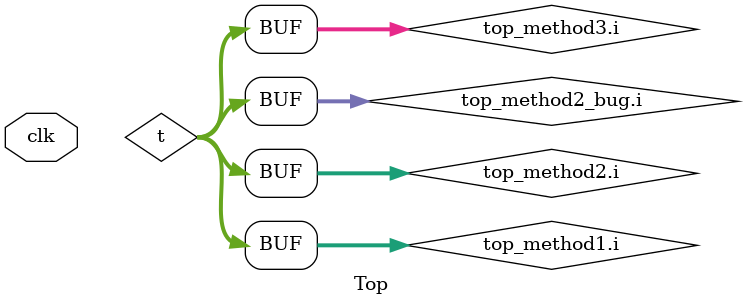
<source format=sv>

module Top // "top"
(
    input logic clk
);

// Variables generated for SystemC signals
logic [31:0] t;
logic [31:0] minst_s1[2];
logic [31:0] minst_s2[2];
logic [31:0] minst_s3[2];
logic [31:0] minst_r[2];

// Local parameters generated for C++ constants
localparam logic minst_0_A = 1;
localparam logic minst_0_B = 1;

//------------------------------------------------------------------------------
// Method process: top_method1 (test_mif_array_sens.cpp:93:5) 

always_comb 
begin : top_method1     // test_mif_array_sens.cpp:93:5
    integer unsigned i;
    i = t;
    // Call f1() begin
    minst_s1[i] = 1;
    // Call f1() end
end

//------------------------------------------------------------------------------
// Method process: top_method2 (test_mif_array_sens.cpp:98:5) 

always_comb 
begin : top_method2     // test_mif_array_sens.cpp:98:5
    integer unsigned i;
    i = t;
    if (minst_0_B)
    begin
        minst_s2[i] = 1;
    end else begin
        minst_s2[i] = minst_r[i];
    end
end

//------------------------------------------------------------------------------
// Method process: top_method2_bug (test_mif_array_sens.cpp:109:5) 

always_comb 
begin : top_method2_bug     // test_mif_array_sens.cpp:109:5
    integer unsigned i;
    i = t;
    // Call f2() begin
    if (minst_0_B[i])
    begin
        minst_s2[i] = 1;
    end else begin
        minst_s2[i] = minst_r[i];
    end
    // Call f2() end
end

//------------------------------------------------------------------------------
// Method process: top_method3 (test_mif_array_sens.cpp:114:5) 

always_comb 
begin : top_method3     // test_mif_array_sens.cpp:114:5
    integer unsigned i;
    i = t;
    // Call f3() begin
    if (1)
    begin
        minst_s3[i] = 1;
    end else begin
        minst_s3[i] = minst_r[i];
    end
    // Call f3() end
end

endmodule



</source>
